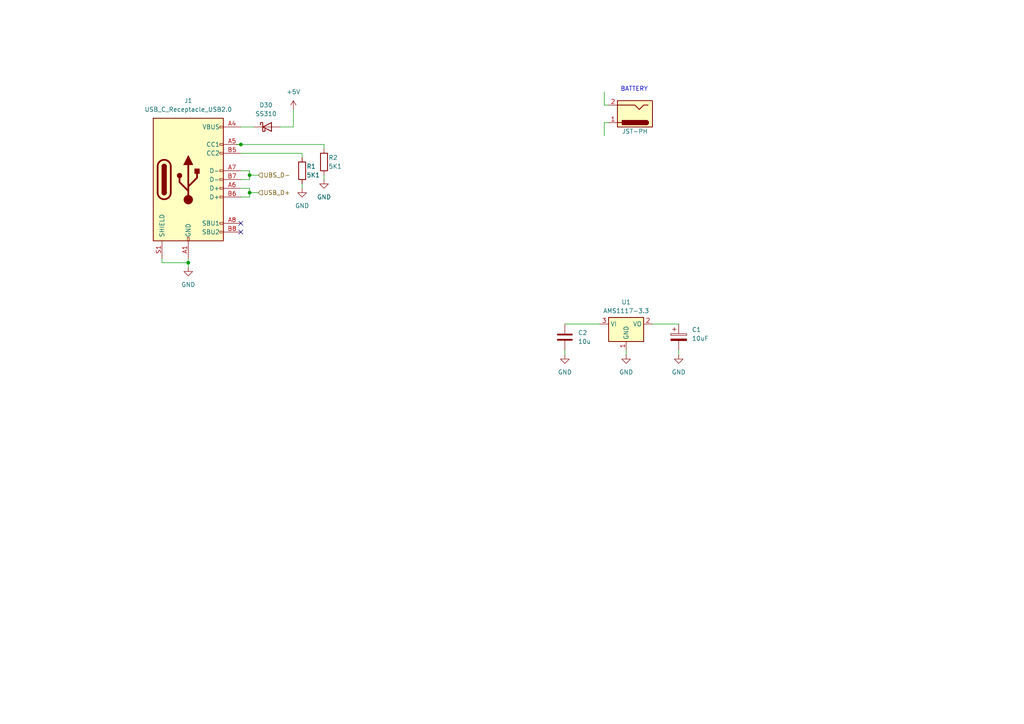
<source format=kicad_sch>
(kicad_sch (version 20230121) (generator eeschema)
  (paper "A4")
  (title_block (title "バングー Keyboard Schematic") (date "2024-01-20") (company "Rich Mentality"))
  (lib_symbols
    (symbol "Connector:Jack-DC" (pin_names (offset 1.016))
      (property "Reference" "J" (at 0 5.334 0))
      (property "Value" "Jack-DC" (at 0 -5.08 0))
      (symbol "Jack-DC_0_1"
        (rectangle (start -5.08 3.81) (end 5.08 -3.81) (stroke (width 0.254)) (fill (type background)))
        (arc (start -3.302 3.175) (mid -3.9343 2.54) (end -3.302 1.905) (stroke (width 0.254)))
        (arc (start -3.302 3.175) (mid -3.9343 2.54) (end -3.302 1.905) (stroke (width 0.254)) (fill (type outline)))
        (polyline (pts (xy 5.08 2.54) (xy 3.81 2.54)) (stroke (width 0.254)))
        (polyline (pts (xy -3.81 -2.54) (xy -2.54 -2.54) (xy -1.27 -1.27) (xy 0 -2.54) (xy 2.54 -2.54) (xy 5.08 -2.54)) (stroke (width 0.254)))
        (rectangle (start 3.683 3.175) (end -3.302 1.905) (stroke (width 0.254)) (fill (type outline)))
      )
      (symbol "Jack-DC_1_1"
        (pin passive line (at 7.62 2.54 180) (length 2.54) (name "~") (number "1"))
        (pin passive line (at 7.62 -2.54 180) (length 2.54) (name "~") (number "2"))
      )
    )
    (symbol "Connector:USB_C_Receptacle_USB2.0" (pin_names (offset 1.016))
      (property "Reference" "J" (at -10.16 19.05 0))
      (property "Value" "USB_C_Receptacle_USB2.0" (at 19.05 19.05 0))
      (symbol "USB_C_Receptacle_USB2.0_0_0"
        (rectangle (start -0.254 -17.78) (end 0.254 -16.764))
        (rectangle (start 10.16 -14.986) (end 9.144 -15.494))
        (rectangle (start 10.16 -12.446) (end 9.144 -12.954))
        (rectangle (start 10.16 -4.826) (end 9.144 -5.334))
        (rectangle (start 10.16 -2.286) (end 9.144 -2.794))
        (rectangle (start 10.16 0.254) (end 9.144 -0.254))
        (rectangle (start 10.16 2.794) (end 9.144 2.286))
        (rectangle (start 10.16 7.874) (end 9.144 7.366))
        (rectangle (start 10.16 10.414) (end 9.144 9.906))
        (rectangle (start 10.16 15.494) (end 9.144 14.986))
      )
      (symbol "USB_C_Receptacle_USB2.0_0_1"
        (rectangle (start -10.16 17.78) (end 10.16 -17.78) (stroke (width 0.254)) (fill (type background)))
        (arc (start -8.89 -3.81) (mid -6.985 -5.7067) (end -5.08 -3.81) (stroke (width 0.508)))
        (arc (start -7.62 -3.81) (mid -6.985 -4.4423) (end -6.35 -3.81) (stroke (width 0.254)))
        (arc (start -7.62 -3.81) (mid -6.985 -4.4423) (end -6.35 -3.81) (stroke (width 0.254)) (fill (type outline)))
        (rectangle (start -7.62 -3.81) (end -6.35 3.81) (stroke (width 0.254)) (fill (type outline)))
        (arc (start -6.35 3.81) (mid -6.985 4.4423) (end -7.62 3.81) (stroke (width 0.254)))
        (arc (start -6.35 3.81) (mid -6.985 4.4423) (end -7.62 3.81) (stroke (width 0.254)) (fill (type outline)))
        (arc (start -5.08 3.81) (mid -6.985 5.7067) (end -8.89 3.81) (stroke (width 0.508)))
        (circle (center -2.54 1.143) (radius 0.635) (stroke (width 0.254)) (fill (type outline)))
        (circle (center 0 -5.842) (radius 1.27) (fill (type outline)))
        (polyline (pts (xy -8.89 -3.81) (xy -8.89 3.81)) (stroke (width 0.508)))
        (polyline (pts (xy -5.08 3.81) (xy -5.08 -3.81)) (stroke (width 0.508)))
        (polyline (pts (xy 0 -5.842) (xy 0 4.318)) (stroke (width 0.508)))
        (polyline (pts (xy 0 -3.302) (xy -2.54 -0.762) (xy -2.54 0.508)) (stroke (width 0.508)))
        (polyline (pts (xy 0 -2.032) (xy 2.54 0.508) (xy 2.54 1.778)) (stroke (width 0.508)))
        (polyline (pts (xy -1.27 4.318) (xy 0 6.858) (xy 1.27 4.318) (xy -1.27 4.318)) (stroke (width 0.254)) (fill (type outline)))
        (rectangle (start 1.905 1.778) (end 3.175 3.048) (stroke (width 0.254)) (fill (type outline)))
      )
      (symbol "USB_C_Receptacle_USB2.0_1_1"
        (pin passive line (at 0 -22.86 90) (length 5.08) (name "GND") (number "A1"))
        (pin passive line (at 0 -22.86 90) (length 5.08) hide (name "GND") (number "A12"))
        (pin passive line (at 15.24 15.24 180) (length 5.08) (name "VBUS") (number "A4"))
        (pin bidirectional line (at 15.24 10.16 180) (length 5.08) (name "CC1") (number "A5"))
        (pin bidirectional line (at 15.24 -2.54 180) (length 5.08) (name "D+") (number "A6"))
        (pin bidirectional line (at 15.24 2.54 180) (length 5.08) (name "D-") (number "A7"))
        (pin bidirectional line (at 15.24 -12.7 180) (length 5.08) (name "SBU1") (number "A8"))
        (pin passive line (at 15.24 15.24 180) (length 5.08) hide (name "VBUS") (number "A9"))
        (pin passive line (at 0 -22.86 90) (length 5.08) hide (name "GND") (number "B1"))
        (pin passive line (at 0 -22.86 90) (length 5.08) hide (name "GND") (number "B12"))
        (pin passive line (at 15.24 15.24 180) (length 5.08) hide (name "VBUS") (number "B4"))
        (pin bidirectional line (at 15.24 7.62 180) (length 5.08) (name "CC2") (number "B5"))
        (pin bidirectional line (at 15.24 -5.08 180) (length 5.08) (name "D+") (number "B6"))
        (pin bidirectional line (at 15.24 0 180) (length 5.08) (name "D-") (number "B7"))
        (pin bidirectional line (at 15.24 -15.24 180) (length 5.08) (name "SBU2") (number "B8"))
        (pin passive line (at 15.24 15.24 180) (length 5.08) hide (name "VBUS") (number "B9"))
        (pin passive line (at -7.62 -22.86 90) (length 5.08) (name "SHIELD") (number "S1"))
      )
    )
    (symbol "Device:C" (pin_numbers hide) (pin_names (offset 0.254))
      (property "Reference" "C" (at 0.635 2.54 0))
      (property "Value" "C" (at 0.635 -2.54 0))
      (symbol "C_0_1"
        (polyline (pts (xy -2.032 -0.762) (xy 2.032 -0.762)) (stroke (width 0.508)))
        (polyline (pts (xy -2.032 0.762) (xy 2.032 0.762)) (stroke (width 0.508)))
      )
      (symbol "C_1_1"
        (pin passive line (at 0 3.81 270) (length 2.794) (name "~") (number "1"))
        (pin passive line (at 0 -3.81 90) (length 2.794) (name "~") (number "2"))
      )
    )
    (symbol "Device:C_Polarized" (pin_numbers hide) (pin_names (offset 0.254))
      (property "Reference" "C" (at 0.635 2.54 0))
      (property "Value" "C_Polarized" (at 0.635 -2.54 0))
      (symbol "C_Polarized_0_1"
        (rectangle (start -2.286 0.508) (end 2.286 1.016))
        (polyline (pts (xy -1.778 2.286) (xy -0.762 2.286)))
        (polyline (pts (xy -1.27 2.794) (xy -1.27 1.778)))
        (rectangle (start 2.286 -0.508) (end -2.286 -1.016) (fill (type outline)))
      )
      (symbol "C_Polarized_1_1"
        (pin passive line (at 0 3.81 270) (length 2.794) (name "~") (number "1"))
        (pin passive line (at 0 -3.81 90) (length 2.794) (name "~") (number "2"))
      )
    )
    (symbol "Device:D_Schottky" (pin_numbers hide) (pin_names (offset 1.016) hide)
      (property "Reference" "D" (at 0 2.54 0))
      (property "Value" "D_Schottky" (at 0 -2.54 0))
      (symbol "D_Schottky_0_1"
        (polyline (pts (xy 1.27 0) (xy -1.27 0)))
        (polyline (pts (xy 1.27 1.27) (xy 1.27 -1.27) (xy -1.27 0) (xy 1.27 1.27)) (stroke (width 0.254)))
        (polyline (pts (xy -1.905 0.635) (xy -1.905 1.27) (xy -1.27 1.27) (xy -1.27 -1.27) (xy -0.635 -1.27) (xy -0.635 -0.635)) (stroke (width 0.254)))
      )
      (symbol "D_Schottky_1_1"
        (pin passive line (at -3.81 0 0) (length 2.54) (name "K") (number "1"))
        (pin passive line (at 3.81 0 180) (length 2.54) (name "A") (number "2"))
      )
    )
    (symbol "Device:R" (pin_numbers hide) (pin_names (offset 0))
      (property "Reference" "R" (at 2.032 0 90))
      (property "Value" "R" (at 0 0 90))
      (symbol "R_0_1"
        (rectangle (start -1.016 -2.54) (end 1.016 2.54) (stroke (width 0.254)))
      )
      (symbol "R_1_1"
        (pin passive line (at 0 3.81 270) (length 1.27) (name "~") (number "1"))
        (pin passive line (at 0 -3.81 90) (length 1.27) (name "~") (number "2"))
      )
    )
    (symbol "Regulator_Linear:AMS1117-3.3"
      (property "Reference" "U" (at -3.81 3.175 0))
      (property "Value" "AMS1117-3.3" (at 0 3.175 0))
      (symbol "AMS1117-3.3_0_1"
        (rectangle (start -5.08 -5.08) (end 5.08 1.905) (stroke (width 0.254)) (fill (type background)))
      )
      (symbol "AMS1117-3.3_1_1"
        (pin power_in line (at 0 -7.62 90) (length 2.54) (name "GND") (number "1"))
        (pin power_out line (at 7.62 0 180) (length 2.54) (name "VO") (number "2"))
        (pin power_in line (at -7.62 0 0) (length 2.54) (name "VI") (number "3"))
      )
    )
    (symbol "power:+5V" (power) (pin_names (offset 0))
      (property "Value" "+5V" (at 0 3.556 0))
      (symbol "+5V_0_1"
        (polyline (pts (xy -0.762 1.27) (xy 0 2.54)))
        (polyline (pts (xy 0 0) (xy 0 2.54)))
        (polyline (pts (xy 0 2.54) (xy 0.762 1.27)))
      )
      (symbol "+5V_1_1"
        (pin power_in line (at 0 0 90) (length 0) hide (name "+5V") (number "1"))
      )
    )
    (symbol "power:GND" (power) (pin_names (offset 0))
      (property "Value" "GND" (at 0 -3.81 0))
      (symbol "GND_0_1"
        (polyline (pts (xy 0 0) (xy 0 -1.27) (xy 1.27 -1.27) (xy 0 -2.54) (xy -1.27 -1.27) (xy 0 -1.27)))
      )
      (symbol "GND_1_1"
        (pin power_in line (at 0 0 270) (length 0) hide (name "GND") (number "1"))
      )
    )
  )
  (junction (at 54.61 76.2))
  (junction (at 72.39 55.88))
  (junction (at 72.39 50.8))
  (junction (at 69.85 41.91))
  (no_connect (at 69.85 67.31))
  (no_connect (at 69.85 64.77))
  (wire (pts (xy 69.85 54.61) (xy 72.39 54.61)))
  (wire (pts (xy 175.26 35.56) (xy 175.26 39.37)))
  (wire (pts (xy 93.98 50.8) (xy 93.98 52.07)))
  (wire (pts (xy 87.63 44.45) (xy 69.85 44.45)))
  (wire (pts (xy 176.53 30.48) (xy 175.26 30.48)))
  (wire (pts (xy 87.63 53.34) (xy 87.63 54.61)))
  (wire (pts (xy 54.61 74.93) (xy 54.61 76.2)))
  (wire (pts (xy 68.58 41.91) (xy 69.85 41.91)))
  (wire (pts (xy 93.98 41.91) (xy 93.98 43.18)))
  (wire (pts (xy 72.39 54.61) (xy 72.39 55.88)))
  (wire (pts (xy 163.83 93.98) (xy 173.99 93.98)))
  (wire (pts (xy 85.09 31.75) (xy 85.09 36.83)))
  (wire (pts (xy 181.61 101.6) (xy 181.61 102.87)))
  (wire (pts (xy 69.85 57.15) (xy 72.39 57.15)))
  (wire (pts (xy 72.39 55.88) (xy 72.39 57.15)))
  (wire (pts (xy 72.39 55.88) (xy 74.93 55.88)))
  (wire (pts (xy 85.09 36.83) (xy 81.28 36.83)))
  (wire (pts (xy 72.39 50.8) (xy 72.39 52.07)))
  (wire (pts (xy 176.53 35.56) (xy 175.26 35.56)))
  (wire (pts (xy 54.61 77.47) (xy 54.61 76.2)))
  (wire (pts (xy 189.23 93.98) (xy 196.85 93.98)))
  (wire (pts (xy 93.98 41.91) (xy 69.85 41.91)))
  (wire (pts (xy 196.85 101.6) (xy 196.85 102.87)))
  (wire (pts (xy 72.39 49.53) (xy 72.39 50.8)))
  (wire (pts (xy 69.85 36.83) (xy 73.66 36.83)))
  (wire (pts (xy 175.26 30.48) (xy 175.26 26.67)))
  (wire (pts (xy 69.85 49.53) (xy 72.39 49.53)))
  (wire (pts (xy 72.39 52.07) (xy 69.85 52.07)))
  (wire (pts (xy 72.39 50.8) (xy 74.93 50.8)))
  (wire (pts (xy 46.99 76.2) (xy 54.61 76.2)))
  (wire (pts (xy 87.63 44.45) (xy 87.63 45.72)))
  (wire (pts (xy 163.83 101.6) (xy 163.83 102.87)))
  (wire (pts (xy 46.99 74.93) (xy 46.99 76.2)))
  (text "BATTERY" (at 187.96 26.67 0) (effects (font (size 1.27 1.27)) (justify right bottom)))
  (hierarchical_label "USB_D+" (shape input) (at 74.93 55.88 0))
  (hierarchical_label "UBS_D-" (shape input) (at 74.93 50.8 0))
  (symbol (lib_id "Connector:Jack-DC") (at 184.15 33.02 180) (unit 1)
    (property "Reference" "J3" (effects hide))
    (property "Value" "JST-PH" (at 184.15 38.1 0))
  )
  (symbol (lib_id "Device:C") (at 163.83 97.79 0) (unit 1)
    (property "Reference" "C2" (at 167.64 96.52 0) (effects (justify left)))
    (property "Value" "10u" (at 167.64 99.06 0) (effects (justify left)))
  )
  (symbol (lib_id "power:GND") (at 181.61 102.87 0) (unit 1)
    (property "Reference" "#PWR02" (effects hide))
    (property "Value" "GND" (at 181.61 107.95 0))
  )
  (symbol (lib_id "power:GND") (at 196.85 102.87 0) (unit 1)
    (property "Reference" "#PWR03" (effects hide))
    (property "Value" "GND" (at 196.85 107.95 0))
  )
  (symbol (lib_id "Device:R") (at 93.98 46.99 0) (unit 1)
    (property "Reference" "R2" (at 95.25 45.72 0) (effects (justify left)))
    (property "Value" "5K1" (at 95.25 48.26 0) (effects (justify left)))
  )
  (symbol (lib_id "power:GND") (at 54.61 77.47 0) (unit 1)
    (property "Reference" "#PWR01" (effects hide))
    (property "Value" "GND" (at 54.61 82.55 0))
  )
  (symbol (lib_id "Connector:USB_C_Receptacle_USB2.0") (at 54.61 52.07 0) (unit 1)
    (property "Reference" "J1" (at 54.61 29.21 0))
    (property "Value" "USB_C_Receptacle_USB2.0" (at 54.61 31.75 0))
    (property "Datasheet" "https://www.usb.org/sites/default/files/documents/usb_type-c.zip" (effects hide))
  )
  (symbol (lib_id "power:GND") (at 87.63 54.61 0) (unit 1)
    (property "Reference" "#PWR08" (effects hide))
    (property "Value" "GND" (at 87.63 59.69 0))
  )
  (symbol (lib_id "power:GND") (at 93.98 52.07 0) (unit 1)
    (property "Reference" "#PWR09" (effects hide))
    (property "Value" "GND" (at 93.98 57.15 0))
  )
  (symbol (lib_id "Device:C_Polarized") (at 196.85 97.79 0) (unit 1)
    (property "Reference" "C1" (at 200.66 95.631 0) (effects (justify left)))
    (property "Value" "10uF" (at 200.66 98.171 0) (effects (justify left)))
  )
  (symbol (lib_id "Regulator_Linear:AMS1117-3.3") (at 181.61 93.98 0) (unit 1)
    (property "Reference" "U1" (at 181.61 87.63 0))
    (property "Value" "AMS1117-3.3" (at 181.61 90.17 0))
    (property "Footprint" "Package_TO_SOT_SMD:SOT-223-3_TabPin2" (effects hide))
    (property "Datasheet" "https://datasheet.lcsc.com/lcsc/2001081204_Shikues-AMS1117-1-2_C475600.pdf" (effects hide))
  )
  (symbol (lib_id "power:GND") (at 163.83 102.87 0) (unit 1)
    (property "Reference" "#PWR04" (effects hide))
    (property "Value" "GND" (at 163.83 107.95 0))
  )
  (symbol (lib_id "Device:R") (at 87.63 49.53 0) (unit 1)
    (property "Reference" "R1" (at 88.9 48.26 0) (effects (justify left)))
    (property "Value" "5K1" (at 88.9 50.8 0) (effects (justify left)))
  )
  (symbol (lib_id "power:+5V") (at 85.09 31.75 0) (unit 1)
    (property "Reference" "#PWR07" (effects hide))
    (property "Value" "+5V" (at 85.09 26.67 0))
  )
  (symbol (lib_id "Device:D_Schottky") (at 77.47 36.83 0) (unit 1)
    (property "Reference" "D30" (at 77.1525 30.48 0))
    (property "Value" "SS310" (at 77.1525 33.02 0))
    (property "PARTNO" "SK310A-LTP" (effects hide))
    (property "DK" "SK310A-LTPMSCT-ND" (effects hide))
  )
)
</source>
